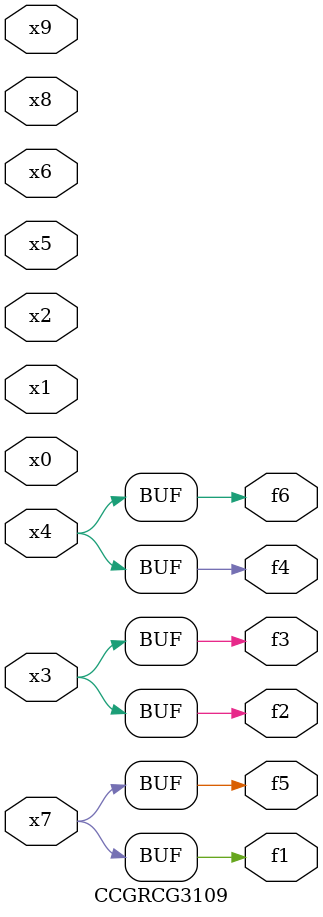
<source format=v>
module CCGRCG3109(
	input x0, x1, x2, x3, x4, x5, x6, x7, x8, x9,
	output f1, f2, f3, f4, f5, f6
);
	assign f1 = x7;
	assign f2 = x3;
	assign f3 = x3;
	assign f4 = x4;
	assign f5 = x7;
	assign f6 = x4;
endmodule

</source>
